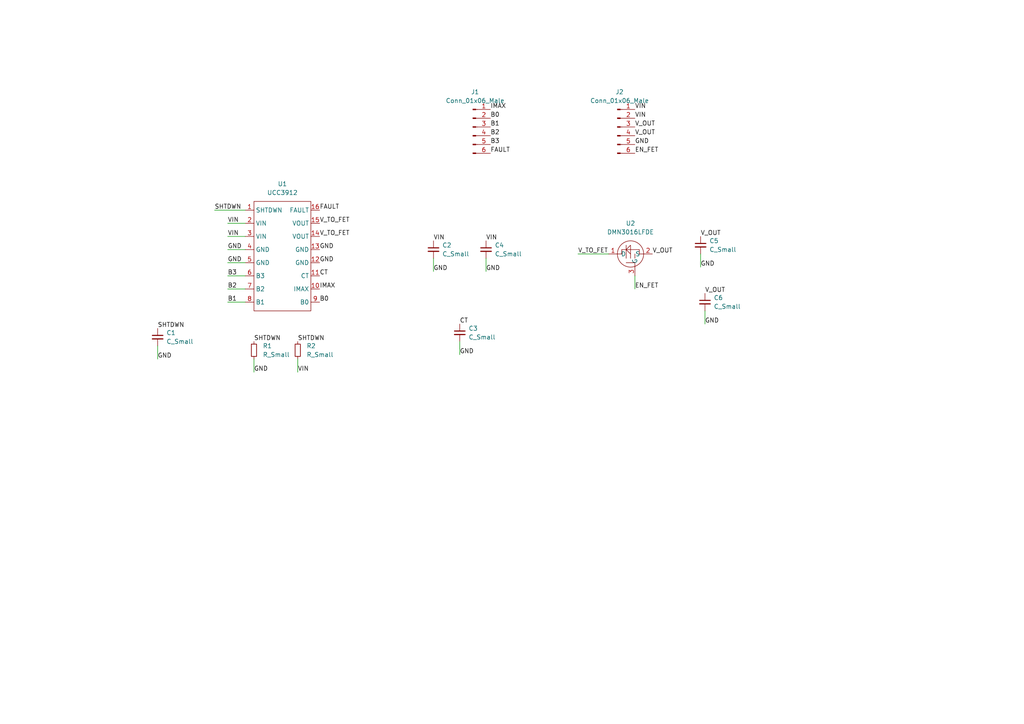
<source format=kicad_sch>
(kicad_sch (version 20211123) (generator eeschema)
  (paper "A4")
  (lib_symbols
    (symbol "Connector:Conn_01x06_Male" (pin_names (offset 1.016) hide)
      (property "Reference" "J" (at 0 7.62 0))
      (property "Value" "Conn_01x06_Male" (at 0 -10.16 0))
      (symbol "Conn_01x06_Male_1_1"
        (polyline (pts (xy 1.27 -7.62) (xy 0.8636 -7.62)) (stroke (width 0.1524)))
        (polyline (pts (xy 1.27 -5.08) (xy 0.8636 -5.08)) (stroke (width 0.1524)))
        (polyline (pts (xy 1.27 -2.54) (xy 0.8636 -2.54)) (stroke (width 0.1524)))
        (polyline (pts (xy 1.27 0) (xy 0.8636 0)) (stroke (width 0.1524)))
        (polyline (pts (xy 1.27 2.54) (xy 0.8636 2.54)) (stroke (width 0.1524)))
        (polyline (pts (xy 1.27 5.08) (xy 0.8636 5.08)) (stroke (width 0.1524)))
        (rectangle (start 0.8636 -7.493) (end 0 -7.747) (stroke (width 0.1524)) (fill (type outline)))
        (rectangle (start 0.8636 -4.953) (end 0 -5.207) (stroke (width 0.1524)) (fill (type outline)))
        (rectangle (start 0.8636 -2.413) (end 0 -2.667) (stroke (width 0.1524)) (fill (type outline)))
        (rectangle (start 0.8636 0.127) (end 0 -0.127) (stroke (width 0.1524)) (fill (type outline)))
        (rectangle (start 0.8636 2.667) (end 0 2.413) (stroke (width 0.1524)) (fill (type outline)))
        (rectangle (start 0.8636 5.207) (end 0 4.953) (stroke (width 0.1524)) (fill (type outline)))
        (pin passive line (at 5.08 5.08 180) (length 3.81) (name "Pin_1") (number "1"))
        (pin passive line (at 5.08 2.54 180) (length 3.81) (name "Pin_2") (number "2"))
        (pin passive line (at 5.08 0 180) (length 3.81) (name "Pin_3") (number "3"))
        (pin passive line (at 5.08 -2.54 180) (length 3.81) (name "Pin_4") (number "4"))
        (pin passive line (at 5.08 -5.08 180) (length 3.81) (name "Pin_5") (number "5"))
        (pin passive line (at 5.08 -7.62 180) (length 3.81) (name "Pin_6") (number "6"))
      )
    )
    (symbol "Device:C_Small" (pin_numbers hide) (pin_names (offset 0.254) hide)
      (property "Reference" "C" (at 0.254 1.778 0))
      (property "Value" "C_Small" (at 0.254 -2.032 0))
      (symbol "C_Small_0_1"
        (polyline (pts (xy -1.524 -0.508) (xy 1.524 -0.508)) (stroke (width 0.3302)))
        (polyline (pts (xy -1.524 0.508) (xy 1.524 0.508)) (stroke (width 0.3048)))
      )
      (symbol "C_Small_1_1"
        (pin passive line (at 0 2.54 270) (length 2.032) (name "~") (number "1"))
        (pin passive line (at 0 -2.54 90) (length 2.032) (name "~") (number "2"))
      )
    )
    (symbol "Device:R_Small" (pin_numbers hide) (pin_names (offset 0.254) hide)
      (property "Reference" "R" (at 0.762 0.508 0))
      (property "Value" "R_Small" (at 0.762 -1.016 0))
      (symbol "R_Small_0_1"
        (rectangle (start -0.762 1.778) (end 0.762 -1.778) (stroke (width 0.2032)))
      )
      (symbol "R_Small_1_1"
        (pin passive line (at 0 2.54 270) (length 0.762) (name "~") (number "1"))
        (pin passive line (at 0 -2.54 90) (length 0.762) (name "~") (number "2"))
      )
    )
    (symbol "HS2_Parts:DMN3016LFDE" (pin_names (offset 1.016))
      (property "Reference" "U" (at 5.08 12.7 0))
      (property "Value" "DMN3016LFDE" (at 5.08 10.16 0))
      (symbol "DMN3016LFDE_0_1"
        (rectangle (start -3.81 -7.62) (end -2.54 -7.62))
        (rectangle (start -2.54 -7.62) (end -2.54 -5.08))
        (rectangle (start 0 -8.89) (end 0 -10.16))
        (rectangle (start 0 -8.89) (end 1.27 -8.89))
        (rectangle (start 0 -7.62) (end -1.27 -7.62))
        (rectangle (start 0 -6.35) (end -1.27 -6.35))
        (circle (center 0 -6.35) (radius 3.81))
        (rectangle (start 0 -5.08) (end -1.27 -5.08))
        (rectangle (start 0 -3.81) (end 0 -2.54))
        (polyline (pts (xy 1.27 -5.08) (xy 2.54 -6.35) (xy 0 -6.35) (xy 1.27 -5.08) (xy 2.54 -5.08) (xy 0 -5.08) (xy 1.27 -5.08)))
        (rectangle (start 1.27 -8.89) (end 1.27 -3.81))
        (rectangle (start 1.27 -3.81) (end 0 -3.81))
      )
      (symbol "DMN3016LFDE_1_1"
        (pin input line (at 0 0 270) (length 2.54) (name "D") (number "1"))
        (pin input line (at 0 -12.7 90) (length 2.54) (name "S") (number "2"))
        (pin input line (at -6.35 -7.62 0) (length 2.54) (name "G") (number "3"))
      )
    )
    (symbol "HS2_Parts:UCC3912"
      (property "Reference" "U" (at 15.24 3.81 0))
      (property "Value" "UCC3912" (at 7.62 3.81 0))
      (symbol "UCC3912_0_1"
        (rectangle (start 2.54 -29.21) (end 19.05 2.54))
      )
      (symbol "UCC3912_1_1"
        (pin output line (at 0 0 0) (length 2.54) (name "SHTDWN") (number "1"))
        (pin input line (at 21.59 -22.86 180) (length 2.54) (name "IMAX") (number "10"))
        (pin bidirectional line (at 21.59 -19.05 180) (length 2.54) (name "CT") (number "11"))
        (pin input line (at 21.59 -15.24 180) (length 2.54) (name "GND") (number "12"))
        (pin input line (at 21.59 -11.43 180) (length 2.54) (name "GND") (number "13"))
        (pin input line (at 21.59 -7.62 180) (length 2.54) (name "VOUT") (number "14"))
        (pin input line (at 21.59 -3.81 180) (length 2.54) (name "VOUT") (number "15"))
        (pin output line (at 21.59 0 180) (length 2.54) (name "FAULT") (number "16"))
        (pin input line (at 0 -3.81 0) (length 2.54) (name "VIN") (number "2"))
        (pin input line (at 0 -7.62 0) (length 2.54) (name "VIN") (number "3"))
        (pin input line (at 0 -11.43 0) (length 2.54) (name "GND") (number "4"))
        (pin input line (at 0 -15.24 0) (length 2.54) (name "GND") (number "5"))
        (pin input line (at 0 -19.05 0) (length 2.54) (name "B3") (number "6"))
        (pin input line (at 0 -22.86 0) (length 2.54) (name "B2") (number "7"))
        (pin input line (at 0 -26.67 0) (length 2.54) (name "B1") (number "8"))
        (pin input line (at 21.59 -26.67 180) (length 2.54) (name "B0") (number "9"))
      )
    )
  )
  (wire (pts (xy 73.66 104.14) (xy 73.66 107.95)))
  (wire (pts (xy 204.47 90.17) (xy 204.47 93.98)))
  (wire (pts (xy 62.23 60.96) (xy 71.12 60.96)))
  (wire (pts (xy 66.04 80.01) (xy 71.12 80.01)))
  (wire (pts (xy 86.36 104.14) (xy 86.36 107.95)))
  (wire (pts (xy 140.97 74.93) (xy 140.97 78.74)))
  (wire (pts (xy 66.04 87.63) (xy 71.12 87.63)))
  (wire (pts (xy 45.72 100.33) (xy 45.72 104.14)))
  (wire (pts (xy 203.2 73.66) (xy 203.2 77.47)))
  (wire (pts (xy 66.04 72.39) (xy 71.12 72.39)))
  (wire (pts (xy 167.64 73.66) (xy 176.53 73.66)))
  (wire (pts (xy 66.04 83.82) (xy 71.12 83.82)))
  (wire (pts (xy 133.35 99.06) (xy 133.35 102.87)))
  (wire (pts (xy 184.15 80.01) (xy 184.15 83.82)))
  (wire (pts (xy 66.04 76.2) (xy 71.12 76.2)))
  (wire (pts (xy 66.04 64.77) (xy 71.12 64.77)))
  (wire (pts (xy 66.04 68.58) (xy 71.12 68.58)))
  (wire (pts (xy 125.73 74.93) (xy 125.73 78.74)))
  (label "CT" (at 133.35 93.98 0))
  (label "SHTDWN" (at 45.72 95.25 0))
  (label "SHTDWN" (at 62.23 60.96 0))
  (label "IMAX" (at 142.24 31.75 0))
  (label "V_TO_FET" (at 167.64 73.66 0))
  (label "V_OUT" (at 204.47 85.09 0))
  (label "VIN" (at 140.97 69.85 0))
  (label "B1" (at 142.24 36.83 0))
  (label "GND" (at 204.47 93.98 0))
  (label "GND" (at 92.71 76.2 0))
  (label "V_OUT" (at 189.23 73.66 0))
  (label "GND" (at 203.2 77.47 0))
  (label "V_OUT" (at 184.15 36.83 0))
  (label "B1" (at 66.04 87.63 0))
  (label "GND" (at 92.71 72.39 0))
  (label "V_TO_FET" (at 92.71 64.77 0))
  (label "GND" (at 66.04 72.39 0))
  (label "IMAX" (at 92.71 83.82 0))
  (label "GND" (at 133.35 102.87 0))
  (label "SHTDWN" (at 73.66 99.06 0))
  (label "B2" (at 142.24 39.37 0))
  (label "CT" (at 92.71 80.01 0))
  (label "GND" (at 73.66 107.95 0))
  (label "SHTDWN" (at 86.36 99.06 0))
  (label "V_OUT" (at 203.2 68.58 0))
  (label "EN_FET" (at 184.15 83.82 0))
  (label "GND" (at 45.72 104.14 0))
  (label "GND" (at 140.97 78.74 0))
  (label "B3" (at 142.24 41.91 0))
  (label "VIN" (at 86.36 107.95 0))
  (label "B0" (at 92.71 87.63 0))
  (label "V_TO_FET" (at 92.71 68.58 0))
  (label "VIN" (at 66.04 64.77 0))
  (label "B2" (at 66.04 83.82 0))
  (label "FAULT" (at 142.24 44.45 0))
  (label "V_OUT" (at 184.15 39.37 0))
  (label "GND" (at 184.15 41.91 0))
  (label "B0" (at 142.24 34.29 0))
  (label "B3" (at 66.04 80.01 0))
  (label "FAULT" (at 92.71 60.96 0))
  (label "VIN" (at 184.15 31.75 0))
  (label "EN_FET" (at 184.15 44.45 0))
  (label "VIN" (at 125.73 69.85 0))
  (label "VIN" (at 66.04 68.58 0))
  (label "VIN" (at 184.15 34.29 0))
  (label "GND" (at 125.73 78.74 0))
  (label "GND" (at 66.04 76.2 0))
  (symbol (lib_id "Device:R_Small") (at 86.36 101.6 0) (unit 1)
    (property "Reference" "R2" (at 88.9 100.3299 0) (effects (justify left)))
    (property "Value" "R_Small" (at 88.9 102.8699 0) (effects (justify left)))
    (property "Footprint" "Resistor_SMD:R_0402_1005Metric" (effects hide))
  )
  (symbol (lib_id "Device:C_Small") (at 45.72 97.79 0) (unit 1)
    (property "Reference" "C1" (at 48.26 96.5262 0) (effects (justify left)))
    (property "Value" "C_Small" (at 48.26 99.0662 0) (effects (justify left)))
    (property "Footprint" "Capacitor_SMD:C_0603_1608Metric" (effects hide))
  )
  (symbol (lib_id "Device:C_Small") (at 204.47 87.63 0) (unit 1)
    (property "Reference" "C6" (at 207.01 86.3662 0) (effects (justify left)))
    (property "Value" "C_Small" (at 207.01 88.9062 0) (effects (justify left)))
    (property "Footprint" "Capacitor_SMD:C_0603_1608Metric" (effects hide))
  )
  (symbol (lib_id "HS2_Parts:UCC3912") (at 71.12 60.96 0) (unit 1)
    (property "Reference" "U1" (at 81.915 53.34 0))
    (property "Value" "UCC3912" (at 81.915 55.88 0))
    (property "Footprint" "HS2_Parts:UCC3912" (effects hide))
    (property "Datasheet" "https://www.ti.com/lit/ds/symlink/ucc3912.pdf?HQS=dis-dk-null-digikeymode-dsf-pf-null-wwe&ts=1649741342030&ref_url=https%253A%252F%252Fwww.ti.com%252Fgeneral%252Fdocs%252Fsuppproductinfo.tsp%253FdistId%253D10%2526gotoUrl%253Dhttps%253A%252F%252Fwww.ti.com%252Flit%252Fgpn%252Fucc3912" (effects hide))
  )
  (symbol (lib_id "HS2_Parts:DMN3016LFDE") (at 176.53 73.66 90) (unit 1)
    (property "Reference" "U2" (at 182.88 64.77 90))
    (property "Value" "DMN3016LFDE" (at 182.88 67.31 90))
    (property "Footprint" "HS2_Parts:U-DFN2020-6" (effects hide))
    (property "Datasheet" "https://www.diodes.com/assets/Datasheets/DMN3016LFDE.pdf" (effects hide))
  )
  (symbol (lib_id "Device:C_Small") (at 133.35 96.52 0) (unit 1)
    (property "Reference" "C3" (at 135.89 95.2562 0) (effects (justify left)))
    (property "Value" "C_Small" (at 135.89 97.7962 0) (effects (justify left)))
    (property "Footprint" "Capacitor_SMD:C_0603_1608Metric" (effects hide))
  )
  (symbol (lib_id "Connector:Conn_01x06_Male") (at 137.16 36.83 0) (unit 1)
    (property "Reference" "J1" (at 137.795 26.67 0))
    (property "Value" "Conn_01x06_Male" (at 137.795 29.21 0))
    (property "Footprint" "Connector_PinHeader_2.54mm:PinHeader_1x06_P2.54mm_Vertical" (effects hide))
  )
  (symbol (lib_id "Device:C_Small") (at 203.2 71.12 0) (unit 1)
    (property "Reference" "C5" (at 205.74 69.8562 0) (effects (justify left)))
    (property "Value" "C_Small" (at 205.74 72.3962 0) (effects (justify left)))
    (property "Footprint" "Capacitor_SMD:C_0603_1608Metric" (effects hide))
  )
  (symbol (lib_id "Device:C_Small") (at 125.73 72.39 0) (unit 1)
    (property "Reference" "C2" (at 128.27 71.1262 0) (effects (justify left)))
    (property "Value" "C_Small" (at 128.27 73.6662 0) (effects (justify left)))
    (property "Footprint" "Capacitor_SMD:C_0603_1608Metric" (effects hide))
  )
  (symbol (lib_id "Connector:Conn_01x06_Male") (at 179.07 36.83 0) (unit 1)
    (property "Reference" "J2" (at 179.705 26.67 0))
    (property "Value" "Conn_01x06_Male" (at 179.705 29.21 0))
    (property "Footprint" "Connector_PinHeader_2.54mm:PinHeader_1x06_P2.54mm_Vertical" (effects hide))
  )
  (symbol (lib_id "Device:C_Small") (at 140.97 72.39 0) (unit 1)
    (property "Reference" "C4" (at 143.51 71.1262 0) (effects (justify left)))
    (property "Value" "C_Small" (at 143.51 73.6662 0) (effects (justify left)))
    (property "Footprint" "Capacitor_SMD:C_0603_1608Metric" (effects hide))
  )
  (symbol (lib_id "Device:R_Small") (at 73.66 101.6 0) (unit 1)
    (property "Reference" "R1" (at 76.2 100.3299 0) (effects (justify left)))
    (property "Value" "R_Small" (at 76.2 102.8699 0) (effects (justify left)))
    (property "Footprint" "Resistor_SMD:R_0402_1005Metric" (effects hide))
  )
)
</source>
